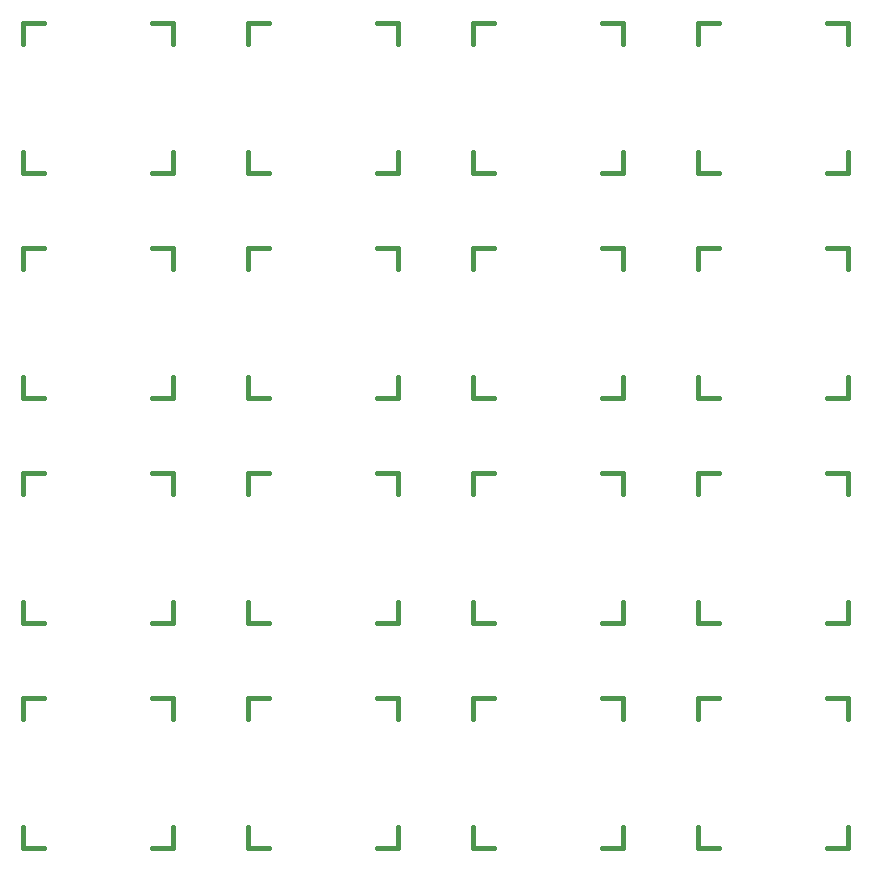
<source format=gbr>
G04 #@! TF.FileFunction,Legend,Top*
%FSLAX46Y46*%
G04 Gerber Fmt 4.6, Leading zero omitted, Abs format (unit mm)*
G04 Created by KiCad (PCBNEW 4.0.5) date 02/28/17 13:31:52*
%MOMM*%
%LPD*%
G01*
G04 APERTURE LIST*
%ADD10C,0.100000*%
%ADD11C,0.381000*%
G04 APERTURE END LIST*
D10*
D11*
X53433750Y-49623750D02*
X51655750Y-49623750D01*
X42511750Y-49623750D02*
X40733750Y-49623750D01*
X40733750Y-49623750D02*
X40733750Y-47845750D01*
X40733750Y-38701750D02*
X40733750Y-36923750D01*
X40733750Y-36923750D02*
X42511750Y-36923750D01*
X51655750Y-36923750D02*
X53433750Y-36923750D01*
X53433750Y-36923750D02*
X53433750Y-38701750D01*
X53433750Y-47845750D02*
X53433750Y-49623750D01*
X53433750Y-68673750D02*
X51655750Y-68673750D01*
X42511750Y-68673750D02*
X40733750Y-68673750D01*
X40733750Y-68673750D02*
X40733750Y-66895750D01*
X40733750Y-57751750D02*
X40733750Y-55973750D01*
X40733750Y-55973750D02*
X42511750Y-55973750D01*
X51655750Y-55973750D02*
X53433750Y-55973750D01*
X53433750Y-55973750D02*
X53433750Y-57751750D01*
X53433750Y-66895750D02*
X53433750Y-68673750D01*
X53433750Y-87723750D02*
X51655750Y-87723750D01*
X42511750Y-87723750D02*
X40733750Y-87723750D01*
X40733750Y-87723750D02*
X40733750Y-85945750D01*
X40733750Y-76801750D02*
X40733750Y-75023750D01*
X40733750Y-75023750D02*
X42511750Y-75023750D01*
X51655750Y-75023750D02*
X53433750Y-75023750D01*
X53433750Y-75023750D02*
X53433750Y-76801750D01*
X53433750Y-85945750D02*
X53433750Y-87723750D01*
X53433750Y-106773750D02*
X51655750Y-106773750D01*
X42511750Y-106773750D02*
X40733750Y-106773750D01*
X40733750Y-106773750D02*
X40733750Y-104995750D01*
X40733750Y-95851750D02*
X40733750Y-94073750D01*
X40733750Y-94073750D02*
X42511750Y-94073750D01*
X51655750Y-94073750D02*
X53433750Y-94073750D01*
X53433750Y-94073750D02*
X53433750Y-95851750D01*
X53433750Y-104995750D02*
X53433750Y-106773750D01*
X72483750Y-49623750D02*
X70705750Y-49623750D01*
X61561750Y-49623750D02*
X59783750Y-49623750D01*
X59783750Y-49623750D02*
X59783750Y-47845750D01*
X59783750Y-38701750D02*
X59783750Y-36923750D01*
X59783750Y-36923750D02*
X61561750Y-36923750D01*
X70705750Y-36923750D02*
X72483750Y-36923750D01*
X72483750Y-36923750D02*
X72483750Y-38701750D01*
X72483750Y-47845750D02*
X72483750Y-49623750D01*
X72483750Y-68673750D02*
X70705750Y-68673750D01*
X61561750Y-68673750D02*
X59783750Y-68673750D01*
X59783750Y-68673750D02*
X59783750Y-66895750D01*
X59783750Y-57751750D02*
X59783750Y-55973750D01*
X59783750Y-55973750D02*
X61561750Y-55973750D01*
X70705750Y-55973750D02*
X72483750Y-55973750D01*
X72483750Y-55973750D02*
X72483750Y-57751750D01*
X72483750Y-66895750D02*
X72483750Y-68673750D01*
X72483750Y-87723750D02*
X70705750Y-87723750D01*
X61561750Y-87723750D02*
X59783750Y-87723750D01*
X59783750Y-87723750D02*
X59783750Y-85945750D01*
X59783750Y-76801750D02*
X59783750Y-75023750D01*
X59783750Y-75023750D02*
X61561750Y-75023750D01*
X70705750Y-75023750D02*
X72483750Y-75023750D01*
X72483750Y-75023750D02*
X72483750Y-76801750D01*
X72483750Y-85945750D02*
X72483750Y-87723750D01*
X72483750Y-106773750D02*
X70705750Y-106773750D01*
X61561750Y-106773750D02*
X59783750Y-106773750D01*
X59783750Y-106773750D02*
X59783750Y-104995750D01*
X59783750Y-95851750D02*
X59783750Y-94073750D01*
X59783750Y-94073750D02*
X61561750Y-94073750D01*
X70705750Y-94073750D02*
X72483750Y-94073750D01*
X72483750Y-94073750D02*
X72483750Y-95851750D01*
X72483750Y-104995750D02*
X72483750Y-106773750D01*
X91533750Y-49623750D02*
X89755750Y-49623750D01*
X80611750Y-49623750D02*
X78833750Y-49623750D01*
X78833750Y-49623750D02*
X78833750Y-47845750D01*
X78833750Y-38701750D02*
X78833750Y-36923750D01*
X78833750Y-36923750D02*
X80611750Y-36923750D01*
X89755750Y-36923750D02*
X91533750Y-36923750D01*
X91533750Y-36923750D02*
X91533750Y-38701750D01*
X91533750Y-47845750D02*
X91533750Y-49623750D01*
X91533750Y-68673750D02*
X89755750Y-68673750D01*
X80611750Y-68673750D02*
X78833750Y-68673750D01*
X78833750Y-68673750D02*
X78833750Y-66895750D01*
X78833750Y-57751750D02*
X78833750Y-55973750D01*
X78833750Y-55973750D02*
X80611750Y-55973750D01*
X89755750Y-55973750D02*
X91533750Y-55973750D01*
X91533750Y-55973750D02*
X91533750Y-57751750D01*
X91533750Y-66895750D02*
X91533750Y-68673750D01*
X91533750Y-87723750D02*
X89755750Y-87723750D01*
X80611750Y-87723750D02*
X78833750Y-87723750D01*
X78833750Y-87723750D02*
X78833750Y-85945750D01*
X78833750Y-76801750D02*
X78833750Y-75023750D01*
X78833750Y-75023750D02*
X80611750Y-75023750D01*
X89755750Y-75023750D02*
X91533750Y-75023750D01*
X91533750Y-75023750D02*
X91533750Y-76801750D01*
X91533750Y-85945750D02*
X91533750Y-87723750D01*
X91533750Y-106773750D02*
X89755750Y-106773750D01*
X80611750Y-106773750D02*
X78833750Y-106773750D01*
X78833750Y-106773750D02*
X78833750Y-104995750D01*
X78833750Y-95851750D02*
X78833750Y-94073750D01*
X78833750Y-94073750D02*
X80611750Y-94073750D01*
X89755750Y-94073750D02*
X91533750Y-94073750D01*
X91533750Y-94073750D02*
X91533750Y-95851750D01*
X91533750Y-104995750D02*
X91533750Y-106773750D01*
X110583750Y-49623750D02*
X108805750Y-49623750D01*
X99661750Y-49623750D02*
X97883750Y-49623750D01*
X97883750Y-49623750D02*
X97883750Y-47845750D01*
X97883750Y-38701750D02*
X97883750Y-36923750D01*
X97883750Y-36923750D02*
X99661750Y-36923750D01*
X108805750Y-36923750D02*
X110583750Y-36923750D01*
X110583750Y-36923750D02*
X110583750Y-38701750D01*
X110583750Y-47845750D02*
X110583750Y-49623750D01*
X110583750Y-68673750D02*
X108805750Y-68673750D01*
X99661750Y-68673750D02*
X97883750Y-68673750D01*
X97883750Y-68673750D02*
X97883750Y-66895750D01*
X97883750Y-57751750D02*
X97883750Y-55973750D01*
X97883750Y-55973750D02*
X99661750Y-55973750D01*
X108805750Y-55973750D02*
X110583750Y-55973750D01*
X110583750Y-55973750D02*
X110583750Y-57751750D01*
X110583750Y-66895750D02*
X110583750Y-68673750D01*
X110583750Y-87723750D02*
X108805750Y-87723750D01*
X99661750Y-87723750D02*
X97883750Y-87723750D01*
X97883750Y-87723750D02*
X97883750Y-85945750D01*
X97883750Y-76801750D02*
X97883750Y-75023750D01*
X97883750Y-75023750D02*
X99661750Y-75023750D01*
X108805750Y-75023750D02*
X110583750Y-75023750D01*
X110583750Y-75023750D02*
X110583750Y-76801750D01*
X110583750Y-85945750D02*
X110583750Y-87723750D01*
X110583750Y-106773750D02*
X108805750Y-106773750D01*
X99661750Y-106773750D02*
X97883750Y-106773750D01*
X97883750Y-106773750D02*
X97883750Y-104995750D01*
X97883750Y-95851750D02*
X97883750Y-94073750D01*
X97883750Y-94073750D02*
X99661750Y-94073750D01*
X108805750Y-94073750D02*
X110583750Y-94073750D01*
X110583750Y-94073750D02*
X110583750Y-95851750D01*
X110583750Y-104995750D02*
X110583750Y-106773750D01*
M02*

</source>
